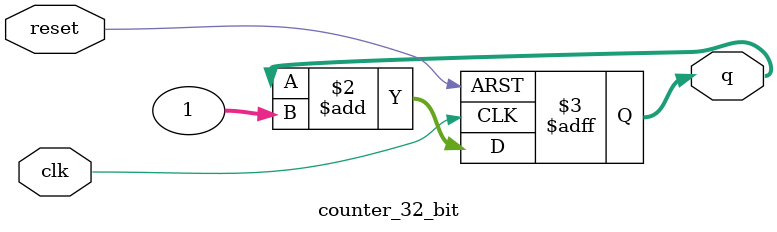
<source format=sv>
module counter_32_bit #(parameter N = 32)
    (input logic clk,
     input logic reset,
     output logic [N-1:0] q
);

always_ff @( posedge clk, posedge reset )
    if (reset) q<=0;
    else    q<= q+1;
endmodule
</source>
